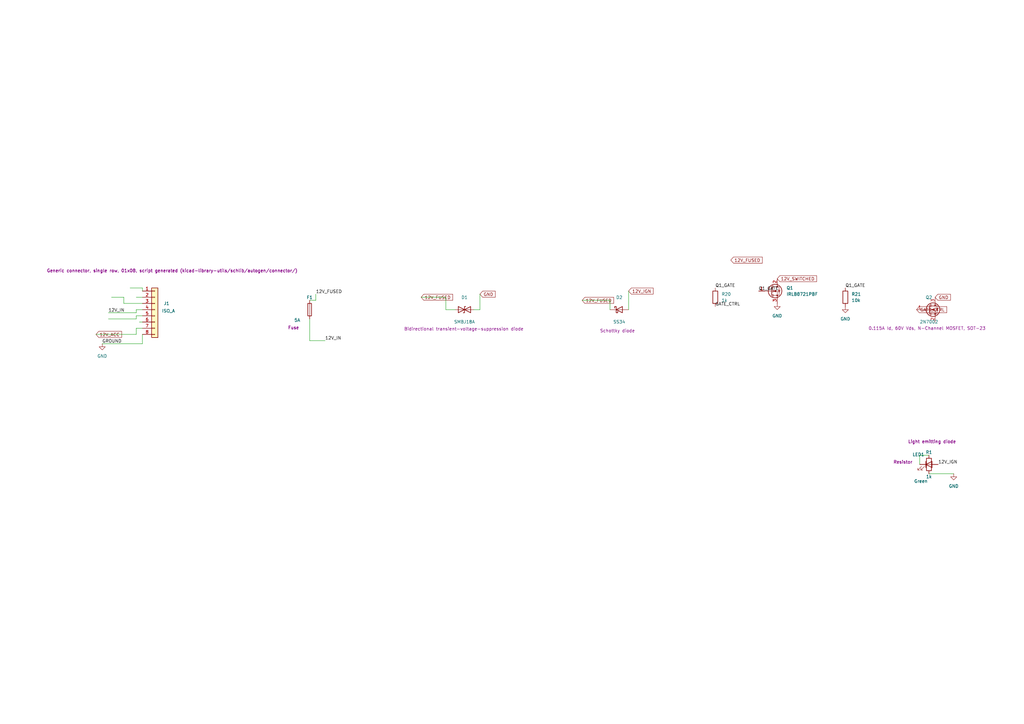
<source format=kicad_sch>
(kicad_sch (version 20250114) (generator "eeschema") (generator_version "9.0")
  (paper "A3")
  (title_block (title "WRX Power & CAN HAT") (date "2026-02-02T00:08:32.410828") (rev "1.0") (company "Auto-generated by Python"))
  (lib_symbols
    (symbol "Connector:Screw_Terminal_01x02" (pin_names (offset 1.016) (hide yes))
      (property "Reference" "J" (at 0 2.54 0))
      (property "Value" "Screw_Terminal_01x02" (at 0 -5.08 0))
      (symbol "Screw_Terminal_01x02_1_1"
        (pin passive line (at -5.08 0 0) (length 3.81) (name "Pin_1") (number "1"))
        (pin passive line (at -5.08 -2.54 0) (length 3.81) (name "Pin_2") (number "2"))
      )
    )
    (symbol "Connector_Generic:Conn_01x02" (pin_names (offset 1.016) (hide yes))
      (property "Reference" "J" (at 0 2.54 0))
      (property "Value" "Conn_01x02" (at 0 -5.08 0))
      (symbol "Conn_01x02_1_1"
        (pin passive line (at -5.08 0 0) (length 3.81) (name "Pin_1") (number "1"))
        (pin passive line (at -5.08 -2.54 0) (length 3.81) (name "Pin_2") (number "2"))
      )
    )
    (symbol "Connector_Generic:Conn_01x03" (pin_names (offset 1.016) (hide yes))
      (property "Reference" "J" (at 0 5.08 0))
      (property "Value" "Conn_01x03" (at 0 -5.08 0))
      (symbol "Conn_01x03_1_1"
        (pin passive line (at -5.08 2.54 0) (length 3.81) (name "Pin_1") (number "1"))
        (pin passive line (at -5.08 0 0) (length 3.81) (name "Pin_2") (number "2"))
        (pin passive line (at -5.08 -2.54 0) (length 3.81) (name "Pin_3") (number "3"))
      )
    )
    (symbol "Connector_Generic:Conn_01x06" (pin_names (offset 1.016) (hide yes))
      (property "Reference" "J" (at 0 7.62 0))
      (property "Value" "Conn_01x06" (at 0 -10.16 0))
      (symbol "Conn_01x06_1_1"
        (pin passive line (at -5.08 5.08 0) (length 3.81) (name "Pin_1") (number "1"))
        (pin passive line (at -5.08 2.54 0) (length 3.81) (name "Pin_2") (number "2"))
        (pin passive line (at -5.08 0 0) (length 3.81) (name "Pin_3") (number "3"))
        (pin passive line (at -5.08 -2.54 0) (length 3.81) (name "Pin_4") (number "4"))
        (pin passive line (at -5.08 -5.08 0) (length 3.81) (name "Pin_5") (number "5"))
        (pin passive line (at -5.08 -7.62 0) (length 3.81) (name "Pin_6") (number "6"))
      )
    )
    (symbol "Connector_Generic:Conn_01x08" (pin_names (offset 1.016) (hide yes))
      (property "Reference" "J" (at 0 10.16 0))
      (property "Value" "Conn_01x08" (at 0 -12.7 0))
      (symbol "Conn_01x08_1_1"
        (pin passive line (at -5.08 7.62 0) (length 3.81) (name "Pin_1") (number "1"))
        (pin passive line (at -5.08 5.08 0) (length 3.81) (name "Pin_2") (number "2"))
        (pin passive line (at -5.08 2.54 0) (length 3.81) (name "Pin_3") (number "3"))
        (pin passive line (at -5.08 0 0) (length 3.81) (name "Pin_4") (number "4"))
        (pin passive line (at -5.08 -2.54 0) (length 3.81) (name "Pin_5") (number "5"))
        (pin passive line (at -5.08 -5.08 0) (length 3.81) (name "Pin_6") (number "6"))
        (pin passive line (at -5.08 -7.62 0) (length 3.81) (name "Pin_7") (number "7"))
        (pin passive line (at -5.08 -10.16 0) (length 3.81) (name "Pin_8") (number "8"))
      )
    )
    (symbol "Connector_Generic:Conn_01x16" (pin_names (offset 1.016) (hide yes))
      (property "Reference" "J" (at 0 20.32 0))
      (property "Value" "Conn_01x16" (at 0 -22.86 0))
      (symbol "Conn_01x16_1_1"
        (pin passive line (at -5.08 17.78 0) (length 3.81) (name "Pin_1") (number "1"))
        (pin passive line (at -5.08 15.24 0) (length 3.81) (name "Pin_2") (number "2"))
        (pin passive line (at -5.08 12.7 0) (length 3.81) (name "Pin_3") (number "3"))
        (pin passive line (at -5.08 10.16 0) (length 3.81) (name "Pin_4") (number "4"))
        (pin passive line (at -5.08 7.62 0) (length 3.81) (name "Pin_5") (number "5"))
        (pin passive line (at -5.08 5.08 0) (length 3.81) (name "Pin_6") (number "6"))
        (pin passive line (at -5.08 2.54 0) (length 3.81) (name "Pin_7") (number "7"))
        (pin passive line (at -5.08 0 0) (length 3.81) (name "Pin_8") (number "8"))
        (pin passive line (at -5.08 -2.54 0) (length 3.81) (name "Pin_9") (number "9"))
        (pin passive line (at -5.08 -5.08 0) (length 3.81) (name "Pin_10") (number "10"))
        (pin passive line (at -5.08 -7.62 0) (length 3.81) (name "Pin_11") (number "11"))
        (pin passive line (at -5.08 -10.16 0) (length 3.81) (name "Pin_12") (number "12"))
        (pin passive line (at -5.08 -12.7 0) (length 3.81) (name "Pin_13") (number "13"))
        (pin passive line (at -5.08 -15.24 0) (length 3.81) (name "Pin_14") (number "14"))
        (pin passive line (at -5.08 -17.78 0) (length 3.81) (name "Pin_15") (number "15"))
        (pin passive line (at -5.08 -20.32 0) (length 3.81) (name "Pin_16") (number "16"))
      )
    )
    (symbol "Connector_Generic:Conn_02x03_Odd_Even" (pin_names (offset 1.016) (hide yes))
      (property "Reference" "J" (at 1.27 5.08 0))
      (property "Value" "Conn_02x03_Odd_Even" (at 1.27 -5.08 0))
      (symbol "Conn_02x03_Odd_Even_1_1"
        (pin passive line (at -5.08 2.54 0) (length 3.81) (name "Pin_1") (number "1"))
        (pin passive line (at -5.08 0 0) (length 3.81) (name "Pin_3") (number "3"))
        (pin passive line (at -5.08 -2.54 0) (length 3.81) (name "Pin_5") (number "5"))
        (pin passive line (at 7.62 2.54 180) (length 3.81) (name "Pin_2") (number "2"))
        (pin passive line (at 7.62 0 180) (length 3.81) (name "Pin_4") (number "4"))
        (pin passive line (at 7.62 -2.54 180) (length 3.81) (name "Pin_6") (number "6"))
      )
    )
    (symbol "Connector_Generic:Conn_02x20_Odd_Even" (pin_names (offset 1.016) (hide yes))
      (property "Reference" "J" (at 1.27 25.4 0))
      (property "Value" "Conn_02x20_Odd_Even" (at 1.27 -27.94 0))
      (symbol "Conn_02x20_Odd_Even_1_1"
        (pin passive line (at -5.08 22.86 0) (length 3.81) (name "Pin_1") (number "1"))
        (pin passive line (at -5.08 20.32 0) (length 3.81) (name "Pin_3") (number "3"))
        (pin passive line (at -5.08 17.78 0) (length 3.81) (name "Pin_5") (number "5"))
        (pin passive line (at -5.08 15.24 0) (length 3.81) (name "Pin_7") (number "7"))
        (pin passive line (at -5.08 12.7 0) (length 3.81) (name "Pin_9") (number "9"))
        (pin passive line (at -5.08 10.16 0) (length 3.81) (name "Pin_11") (number "11"))
        (pin passive line (at -5.08 7.62 0) (length 3.81) (name "Pin_13") (number "13"))
        (pin passive line (at -5.08 5.08 0) (length 3.81) (name "Pin_15") (number "15"))
        (pin passive line (at -5.08 2.54 0) (length 3.81) (name "Pin_17") (number "17"))
        (pin passive line (at -5.08 0 0) (length 3.81) (name "Pin_19") (number "19"))
        (pin passive line (at -5.08 -2.54 0) (length 3.81) (name "Pin_21") (number "21"))
        (pin passive line (at -5.08 -5.08 0) (length 3.81) (name "Pin_23") (number "23"))
        (pin passive line (at -5.08 -7.62 0) (length 3.81) (name "Pin_25") (number "25"))
        (pin passive line (at -5.08 -10.16 0) (length 3.81) (name "Pin_27") (number "27"))
        (pin passive line (at -5.08 -12.7 0) (length 3.81) (name "Pin_29") (number "29"))
        (pin passive line (at -5.08 -15.24 0) (length 3.81) (name "Pin_31") (number "31"))
        (pin passive line (at -5.08 -17.78 0) (length 3.81) (name "Pin_33") (number "33"))
        (pin passive line (at -5.08 -20.32 0) (length 3.81) (name "Pin_35") (number "35"))
        (pin passive line (at -5.08 -22.86 0) (length 3.81) (name "Pin_37") (number "37"))
        (pin passive line (at -5.08 -25.4 0) (length 3.81) (name "Pin_39") (number "39"))
        (pin passive line (at 7.62 22.86 180) (length 3.81) (name "Pin_2") (number "2"))
        (pin passive line (at 7.62 20.32 180) (length 3.81) (name "Pin_4") (number "4"))
        (pin passive line (at 7.62 17.78 180) (length 3.81) (name "Pin_6") (number "6"))
        (pin passive line (at 7.62 15.24 180) (length 3.81) (name "Pin_8") (number "8"))
        (pin passive line (at 7.62 12.7 180) (length 3.81) (name "Pin_10") (number "10"))
        (pin passive line (at 7.62 10.16 180) (length 3.81) (name "Pin_12") (number "12"))
        (pin passive line (at 7.62 7.62 180) (length 3.81) (name "Pin_14") (number "14"))
        (pin passive line (at 7.62 5.08 180) (length 3.81) (name "Pin_16") (number "16"))
        (pin passive line (at 7.62 2.54 180) (length 3.81) (name "Pin_18") (number "18"))
        (pin passive line (at 7.62 0 180) (length 3.81) (name "Pin_20") (number "20"))
        (pin passive line (at 7.62 -2.54 180) (length 3.81) (name "Pin_22") (number "22"))
        (pin passive line (at 7.62 -5.08 180) (length 3.81) (name "Pin_24") (number "24"))
        (pin passive line (at 7.62 -7.62 180) (length 3.81) (name "Pin_26") (number "26"))
        (pin passive line (at 7.62 -10.16 180) (length 3.81) (name "Pin_28") (number "28"))
        (pin passive line (at 7.62 -12.7 180) (length 3.81) (name "Pin_30") (number "30"))
        (pin passive line (at 7.62 -15.24 180) (length 3.81) (name "Pin_32") (number "32"))
        (pin passive line (at 7.62 -17.78 180) (length 3.81) (name "Pin_34") (number "34"))
        (pin passive line (at 7.62 -20.32 180) (length 3.81) (name "Pin_36") (number "36"))
        (pin passive line (at 7.62 -22.86 180) (length 3.81) (name "Pin_38") (number "38"))
        (pin passive line (at 7.62 -25.4 180) (length 3.81) (name "Pin_40") (number "40"))
      )
    )
    (symbol "Device:C" (pin_numbers (hide yes)) (pin_names (offset 0.254))
      (property "Reference" "C" (at 0.635 2.54 0))
      (property "Value" "C" (at 0.635 -2.54 0))
      (symbol "C_1_1"
        (pin passive line (at 0 3.81 270) (length 2.794) (name "~") (number "1"))
        (pin passive line (at 0 -3.81 90) (length 2.794) (name "~") (number "2"))
      )
    )
    (symbol "Device:Crystal" (pin_numbers (hide yes)) (pin_names (offset 1.016) (hide yes))
      (property "Reference" "Y" (at 0 3.81 0))
      (property "Value" "Crystal" (at 0 -3.81 0))
      (symbol "Crystal_1_1"
        (pin passive line (at -3.81 0 0) (length 1.27) (name "1") (number "1"))
        (pin passive line (at 3.81 0 180) (length 1.27) (name "2") (number "2"))
      )
    )
    (symbol "Device:D_Schottky" (pin_numbers (hide yes)) (pin_names (offset 1.016) (hide yes))
      (property "Reference" "D" (at 0 2.54 0))
      (property "Value" "D_Schottky" (at 0 -2.54 0))
      (symbol "D_Schottky_1_1"
        (pin passive line (at -3.81 0 0) (length 2.54) (name "K") (number "1"))
        (pin passive line (at 3.81 0 180) (length 2.54) (name "A") (number "2"))
      )
    )
    (symbol "Device:D_TVS" (pin_numbers (hide yes)) (pin_names (offset 1.016) (hide yes))
      (property "Reference" "D" (at 0 2.54 0))
      (property "Value" "D_TVS" (at 0 -2.54 0))
      (symbol "D_TVS_1_1"
        (pin passive line (at -3.81 0 0) (length 2.54) (name "A1") (number "1"))
        (pin passive line (at 3.81 0 180) (length 2.54) (name "A2") (number "2"))
      )
    )
    (symbol "Device:Fuse" (pin_numbers (hide yes)) (pin_names (offset 0))
      (property "Reference" "F" (at 2.032 0 90))
      (property "Value" "Fuse" (at -1.905 0 90))
      (symbol "Fuse_1_1"
        (pin passive line (at 0 3.81 270) (length 1.27) (name "~") (number "1"))
        (pin passive line (at 0 -3.81 90) (length 1.27) (name "~") (number "2"))
      )
    )
    (symbol "Device:L" (pin_numbers (hide yes)) (pin_names (offset 1.016) (hide yes))
      (property "Reference" "L" (at -1.27 0 90))
      (property "Value" "L" (at 1.905 0 90))
      (symbol "L_1_1"
        (pin passive line (at 0 3.81 270) (length 1.27) (name "1") (number "1"))
        (pin passive line (at 0 -3.81 90) (length 1.27) (name "2") (number "2"))
      )
    )
    (symbol "Device:LED" (pin_numbers (hide yes)) (pin_names (offset 1.016) (hide yes))
      (property "Reference" "D" (at 0 2.54 0))
      (property "Value" "LED" (at 0 -2.54 0))
      (symbol "LED_1_1"
        (pin passive line (at -3.81 0 0) (length 2.54) (name "K") (number "1"))
        (pin passive line (at 3.81 0 180) (length 2.54) (name "A") (number "2"))
      )
    )
    (symbol "Device:R" (pin_numbers (hide yes)) (pin_names (offset 0))
      (property "Reference" "R" (at 2.032 0 90))
      (property "Value" "R" (at 0 0 90))
      (symbol "R_1_1"
        (pin passive line (at 0 3.81 270) (length 1.27) (name "~") (number "1"))
        (pin passive line (at 0 -3.81 90) (length 1.27) (name "~") (number "2"))
      )
    )
    (symbol "Interface_CAN_LIN:MCP2515-xSO"
      (property "Reference" "U" (at -10.16 19.685 0))
      (property "Value" "MCP2515-xSO" (at 19.05 20.32 0))
      (symbol "MCP2515-xSO_1_1"
        (pin input line (at -15.24 15.24 0) (length 2.54) (name "SI") (number "14"))
        (pin output line (at -15.24 12.7 0) (length 2.54) (name "SO") (number "15"))
        (pin input line (at -15.24 10.16 0) (length 2.54) (name "~{CS}") (number "16"))
        (pin input line (at -15.24 7.62 0) (length 2.54) (name "SCK") (number "13"))
        (pin output line (at -15.24 -5.08 0) (length 2.54) (name "OSC2") (number "7"))
        (pin input line (at -15.24 -7.62 0) (length 2.54) (name "OSC1") (number "8"))
        (pin output line (at -15.24 -10.16 0) (length 2.54) (name "CLKOUT/SOF") (number "3"))
        (pin power_in line (at 0 20.32 270) (length 2.54) (name "VDD") (number "18"))
        (pin power_in line (at 0 -20.32 90) (length 2.54) (name "VSS") (number "9"))
        (pin input line (at 15.24 15.24 180) (length 2.54) (name "RXCAN") (number "2"))
        (pin output line (at 15.24 12.7 180) (length 2.54) (name "TXCAN") (number "1"))
        (pin output line (at 15.24 0 180) (length 2.54) (name "~{INT}") (number "12"))
        (pin output line (at 15.24 -2.54 180) (length 2.54) (name "~{RX0BF}") (number "11"))
        (pin output line (at 15.24 -5.08 180) (length 2.54) (name "~{RX1BF}") (number "10"))
        (pin input line (at 15.24 -7.62 180) (length 2.54) (name "~{TX0RTS}") (number "4"))
        (pin input line (at 15.24 -10.16 180) (length 2.54) (name "~{TX1RTS}") (number "5"))
        (pin input line (at 15.24 -12.7 180) (length 2.54) (name "~{TX2RTS}") (number "6"))
        (pin input line (at 15.24 -15.24 180) (length 2.54) (name "~{RESET}") (number "17"))
      )
    )
    (symbol "Interface_CAN_LIN:SN65HVD230" (pin_names (offset 1.016))
      (property "Reference" "U" (at -2.54 10.16 0))
      (property "Value" "SN65HVD230" (at -2.54 7.62 0))
      (symbol "SN65HVD230_1_1"
        (pin input line (at -10.16 2.54 0) (length 2.54) (name "D") (number "1"))
        (pin output line (at -10.16 0 0) (length 2.54) (name "R") (number "4"))
        (pin output line (at -10.16 -2.54 0) (length 2.54) (name "Vref") (number "5"))
        (pin input line (at -10.16 -5.08 0) (length 2.54) (name "Rs") (number "8"))
        (pin power_in line (at 0 7.62 270) (length 2.54) (name "VCC") (number "3"))
        (pin power_in line (at 0 -10.16 90) (length 2.54) (name "GND") (number "2"))
        (pin bidirectional line (at 10.16 0 180) (length 2.54) (name "CANH") (number "7"))
        (pin bidirectional line (at 10.16 -2.54 180) (length 2.54) (name "CANL") (number "6"))
      )
    )
    (symbol "Isolator:LTV-817S" (pin_names (offset 1.016))
      (property "Reference" "U" (at -3.81 5.08 0))
      (property "Value" "LTV-817S" (at 0 -5.08 0))
      (symbol "LTV-817S_1_1"
        (pin passive line (at -7.62 2.54 0) (length 2.54) (name "~") (number "1"))
        (pin passive line (at -7.62 -2.54 0) (length 2.54) (name "~") (number "2"))
        (pin passive line (at 7.62 2.54 180) (length 2.54) (name "~") (number "4"))
        (pin passive line (at 7.62 -2.54 180) (length 2.54) (name "~") (number "3"))
      )
    )
    (symbol "MCU_Microchip_ATtiny:ATtiny85-20P"
      (property "Reference" "U" (at -12.7 13.97 0))
      (property "Value" "ATtiny85-20P" (at 2.54 -13.97 0))
      (symbol "ATtiny85-20P_1_1"
        (pin power_in line (at 0 15.24 270) (length 2.54) (name "VCC") (number "8"))
        (pin power_in line (at 0 -15.24 90) (length 2.54) (name "GND") (number "4"))
        (pin bidirectional line (at 15.24 7.62 180) (length 2.54) (name "AREF/PB0") (number "5"))
        (pin bidirectional line (at 15.24 5.08 180) (length 2.54) (name "PB1") (number "6"))
        (pin bidirectional line (at 15.24 2.54 180) (length 2.54) (name "PB2") (number "7"))
        (pin bidirectional line (at 15.24 0 180) (length 2.54) (name "XTAL1/PB3") (number "2"))
        (pin bidirectional line (at 15.24 -2.54 180) (length 2.54) (name "XTAL2/PB4") (number "3"))
        (pin bidirectional line (at 15.24 -5.08 180) (length 2.54) (name "~{RESET}/PB5") (number "1"))
      )
    )
    (symbol "Regulator_Linear:AMS1117-3.3"
      (property "Reference" "U" (at -3.81 3.175 0))
      (property "Value" "AMS1117-3.3" (at 0 3.175 0))
      (symbol "AMS1117-3.3_1_1"
        (pin power_in line (at -7.62 0 0) (length 2.54) (name "VI") (number "3"))
        (pin power_in line (at 0 -7.62 90) (length 2.54) (name "GND") (number "1"))
        (pin power_out line (at 7.62 0 180) (length 2.54) (name "VO") (number "2"))
      )
    )
    (symbol "Regulator_Switching:TPS54560BDDA"
      (property "Reference" "U" (at -6.35 8.89 0))
      (property "Value" "TPS54560BDDA" (at 10.16 8.89 0))
      (symbol "TPS54560BDDA_1_1"
        (pin power_in line (at -12.7 5.08 0) (length 2.54) (name "VIN") (number "2"))
        (pin input line (at -12.7 0 0) (length 2.54) (name "EN") (number "3"))
        (pin output line (at -12.7 -2.54 0) (length 2.54) (name "COMP") (number "6"))
        (pin passive line (at -12.7 -5.08 0) (length 2.54) (name "RT/CLK") (number "4"))
        (pin power_in line (at 0 -10.16 90) (length 2.54) (name "GND") (number "7"))
        (pin passive line (at 0 -10.16 90) (length 2.54) (hide yes) (name "GND") (number "9"))
        (pin passive line (at 12.7 5.08 180) (length 2.54) (name "BOOT") (number "1"))
        (pin power_out line (at 12.7 0 180) (length 2.54) (name "SW") (number "8"))
        (pin input line (at 12.7 -5.08 180) (length 2.54) (name "FB") (number "5"))
      )
    )
    (symbol "Transistor_FET:2N7002" (pin_names (offset 0) (hide yes))
      (property "Reference" "Q" (at 5.08 1.905 0))
      (property "Value" "2N7002" (at 5.08 0 0))
      (symbol "2N7002_1_1"
        (pin input line (at -5.08 0 0) (length 2.54) (name "G") (number "1"))
        (pin passive line (at 2.54 5.08 270) (length 2.54) (name "D") (number "3"))
        (pin passive line (at 2.54 -5.08 90) (length 2.54) (name "S") (number "2"))
      )
    )
    (symbol "Transistor_FET:IRLB8721PBF" (pin_names (hide yes))
      (property "Reference" "Q" (at 5.08 1.905 0))
      (property "Value" "IRLB8721PBF" (at 5.08 0 0))
      (symbol "IRLB8721PBF_1_1"
        (pin input line (at -5.08 0 0) (length 2.54) (name "G") (number "1"))
        (pin passive line (at 2.54 5.08 270) (length 2.54) (name "D") (number "2"))
        (pin passive line (at 2.54 -5.08 90) (length 2.54) (name "S") (number "3"))
      )
    )
    (symbol "power:GND" (power) (pin_numbers (hide yes)) (pin_names (offset 0) (hide yes))
      (property "Value" "GND" (at 0 -3.81 0))
      (symbol "GND_1_1"
        (pin power_in line (at 0 0 270) (length 0) (name "~") (number "1"))
      )
    )
    (symbol "power:PWR_FLAG" (power) (pin_numbers (hide yes)) (pin_names (offset 0) (hide yes))
      (property "Value" "PWR_FLAG" (at 0 3.81 0))
      (symbol "PWR_FLAG_0_0"
        (pin power_out line (at 0 0 90) (length 0) (name "~") (number "1"))
      )
    )
  )
  (junction (at 114.3 334.01))
  (junction (at 127 349.25))
  (no_connect (at 642.62 317.5))
  (no_connect (at 375.92 690.88))
  (no_connect (at 439.42 571.5))
  (no_connect (at 375.92 708.66))
  (no_connect (at 459.74 129.54))
  (no_connect (at 566.42 701.04))
  (no_connect (at 375.92 680.72))
  (no_connect (at 388.62 721.36))
  (no_connect (at 459.74 139.7))
  (no_connect (at 561.34 701.04))
  (no_connect (at 13.97 617.22))
  (no_connect (at 566.42 695.96))
  (no_connect (at 439.42 510.54))
  (no_connect (at 566.42 718.82))
  (no_connect (at 439.42 513.08))
  (no_connect (at 629.92 317.5))
  (no_connect (at 388.62 693.42))
  (no_connect (at 375.92 723.9))
  (no_connect (at 388.62 723.9))
  (no_connect (at 566.42 708.66))
  (no_connect (at 566.42 698.5))
  (no_connect (at 439.42 574.04))
  (no_connect (at 388.62 698.5))
  (no_connect (at 375.92 716.28))
  (no_connect (at 429.26 137.16))
  (no_connect (at 388.62 685.8))
  (no_connect (at 375.92 706.12))
  (no_connect (at 459.74 132.08))
  (no_connect (at 388.62 695.96))
  (no_connect (at 439.42 505.46))
  (no_connect (at 375.92 688.34))
  (no_connect (at 388.62 683.26))
  (no_connect (at 388.62 711.2))
  (no_connect (at 629.92 320.04))
  (no_connect (at 388.62 713.74))
  (no_connect (at 375.92 678.18))
  (no_connect (at 375.92 713.74))
  (no_connect (at 388.62 706.12))
  (no_connect (at 459.74 134.62))
  (no_connect (at 388.62 690.88))
  (no_connect (at 566.42 716.28))
  (no_connect (at 375.92 718.82))
  (no_connect (at 375.92 683.26))
  (no_connect (at 459.74 137.16))
  (no_connect (at 439.42 528.32))
  (no_connect (at 439.42 508))
  (wire (pts (xy 196.85 120.65) (xy 196.85 127)))
  (wire (pts (xy 55.88 128.27) (xy 55.88 127)))
  (wire (pts (xy 238.76 123.19) (xy 250.19 123.19)))
  (wire (pts (xy 127 139.7) (xy 127 130.81)))
  (wire (pts (xy 55.88 130.81) (xy 55.88 129.54)))
  (wire (pts (xy 41.91 140.97) (xy 58.42 140.97)))
  (wire (pts (xy 377.19 186.69) (xy 381 186.69)))
  (wire (pts (xy 139.7 344.17) (xy 140.97 344.17)))
  (wire (pts (xy 172.72 121.92) (xy 182.88 121.92)))
  (wire (pts (xy 58.42 118.11) (xy 58.42 119.38)))
  (wire (pts (xy 182.88 127) (xy 186.69 127)))
  (wire (pts (xy 55.88 134.62) (xy 58.42 134.62)))
  (wire (pts (xy 44.45 128.27) (xy 55.88 128.27)))
  (wire (pts (xy 129.54 120.65) (xy 129.54 123.19)))
  (wire (pts (xy 57.15 132.08) (xy 58.42 132.08)))
  (wire (pts (xy 53.34 118.11) (xy 58.42 118.11)))
  (wire (pts (xy 50.8 121.92) (xy 50.8 124.46)))
  (wire (pts (xy 55.88 127) (xy 58.42 127)))
  (wire (pts (xy 381 194.31) (xy 391.16 194.31)))
  (wire (pts (xy 58.42 140.97) (xy 58.42 137.16)))
  (wire (pts (xy 196.85 127) (xy 194.31 127)))
  (wire (pts (xy 250.19 123.19) (xy 250.19 127)))
  (wire (pts (xy 182.88 121.92) (xy 182.88 127)))
  (wire (pts (xy 113.03 334.01) (xy 114.3 334.01)))
  (wire (pts (xy 129.54 123.19) (xy 127 123.19)))
  (wire (pts (xy 50.8 124.46) (xy 58.42 124.46)))
  (wire (pts (xy 133.35 139.7) (xy 127 139.7)))
  (wire (pts (xy 257.81 119.38) (xy 257.81 127)))
  (wire (pts (xy 113.03 339.09) (xy 114.3 339.09)))
  (wire (pts (xy 127 349.25) (xy 127 350.52)))
  (wire (pts (xy 55.88 121.92) (xy 58.42 121.92)))
  (wire (pts (xy 39.37 137.16) (xy 55.88 137.16)))
  (wire (pts (xy 139.7 339.09) (xy 140.97 339.09)))
  (wire (pts (xy 377.19 186.69) (xy 377.19 190.5)))
  (wire (pts (xy 55.88 137.16) (xy 55.88 134.62)))
  (wire (pts (xy 44.45 130.81) (xy 55.88 130.81)))
  (wire (pts (xy 45.72 121.92) (xy 50.8 121.92)))
  (wire (pts (xy 55.88 129.54) (xy 58.42 129.54)))
  (wire (pts (xy 373.38 433.07) (xy 374.65 433.07)))
  (label "CANH" (at 581.66 698.5 0))
  (label "U1_FB" (at 139.7 344.17 0))
  (label "U1_FB" (at 254 384.81 0))
  (label "GND" (at 356.87 438.15 0))
  (label "CAN_RX" (at 561.34 698.5 0))
  (label "12V_IN" (at 133.35 139.7 0))
  (label "GND" (at 444.5 147.32 0))
  (label "IGN_DETECT" (at 269.24 505.46 0))
  (label "12V_IN" (at 44.45 128.27 0))
  (label "+5V" (at 190.5 321.31 0))
  (label "CAN_INT" (at 459.74 127 0))
  (label "OSC2" (at 422.91 147.32 0))
  (label "SPI_SCLK" (at 429.26 119.38 0))
  (label "GND" (at 254 523.24 0))
  (label "Q1_GATE" (at 293.37 118.11 0))
  (global_label "12V_ACC" (shape input) (at 39.37 137.16 0) (property "Intersheetrefs" "${INTERSHEET_REFS}" (effects (hide yes))))
  (label "OSC1" (at 433.07 149.86 0))
  (label "12V_IGN" (at 113.03 339.09 0))
  (label "U1_BOOT" (at 139.7 334.01 0))
  (label "Q1_GATE" (at 311.15 119.38 0))
  (label "GND" (at 561.34 703.58 0))
  (label "GND" (at 433.07 157.48 0))
  (label "OSC2" (at 424.18 152.4 0))
  (label "U1_SW" (at 168.91 342.9 0))
  (label "U1_SW" (at 190.5 313.69 0))
  (label "GND" (at 127 350.52 0))
  (label "GROUND" (at 41.91 140.97 0))
  (label "U1_BOOT" (at 168.91 350.52 0))
  (label "+5V" (at 373.38 433.07 0))
  (label "SPI_MOSI" (at 429.26 111.76 0))
  (label "+3.3V" (at 459.74 142.24 0))
  (label "+5V" (at 356.87 430.53 0))
  (label "OSC1" (at 429.26 134.62 0))
  (label "+3.3V" (at 444.5 106.68 0))
  (label "U1_SW" (at 140.97 339.09 0))
  (label "RESET" (at 269.24 513.08 0))
  (label "Q1_GATE" (at 346.71 118.11 0))
  (label "GND" (at 254 377.19 0))
  (label "HEARTBEAT_LED" (at 269.24 500.38 0))
  (label "TIMER_LED" (at 269.24 502.92 0))
  (label "CAN_RX" (at 459.74 111.76 0))
  (label "+3.3V" (at 403.86 431.8 0))
  (label "CAN_TX" (at 561.34 695.96 0))
  (label "GND" (at 424.18 160.02 0))
  (label "12V_IGN" (at 113.03 334.01 0))
  (label "SHUTDOWN_REQ" (at 269.24 510.54 0))
  (label "GND" (at 571.5 708.66 0))
  (label "OSC2" (at 429.26 132.08 0))
  (label "GND" (at 403.86 439.42 0))
  (label "+3.3V" (at 571.5 690.88 0))
  (label "GND" (at 381 440.69 0))
  (label "12V_IGN" (at 384.81 190.5 0))
  (label "+3.3V" (at 388.62 433.07 0))
  (label "GATE_CTRL" (at 293.37 125.73 0))
  (label "CANL" (at 581.66 701.04 0))
  (label "OSC1" (at 430.53 147.32 0))
  (label "+3.3V" (at 254 492.76 0))
  (label "GATE_CTRL" (at 269.24 508 0))
  (label "U1_FB" (at 317.5 384.81 0))
  (label "CAN_TX" (at 459.74 114.3 0))
  (label "SPI_CE0" (at 429.26 116.84 0))
  (label "+5V" (at 317.5 377.19 0))
  (label "SPI_MISO" (at 429.26 114.3 0))
  (label "12V_FUSED" (at 129.54 120.65 0))
  (global_label "SPI_SCLK" (shape input) (at 439.42 495.3 0) (property "Intersheetrefs" "${INTERSHEET_REFS}" (effects (hide yes))))
  (global_label "IGN_DETECT" (shape input) (at 317.5 567.69 0) (property "Intersheetrefs" "${INTERSHEET_REFS}" (effects (hide yes))))
  (global_label "GATE_CTRL" (shape input) (at 444.5 186.69 0) (property "Intersheetrefs" "${INTERSHEET_REFS}" (effects (hide yes))))
  (global_label "SPI_MOSI" (shape input) (at 439.42 497.84 0) (property "Intersheetrefs" "${INTERSHEET_REFS}" (effects (hide yes))))
  (global_label "GND" (shape input) (at 254 702.31 0) (property "Intersheetrefs" "${INTERSHEET_REFS}" (effects (hide yes))))
  (global_label "SPI_SCLK" (shape input) (at 436.88 129.54 0) (property "Intersheetrefs" "${INTERSHEET_REFS}" (effects (hide yes))))
  (global_label "Q2_GATE" (shape input) (at 508 186.69 0) (property "Intersheetrefs" "${INTERSHEET_REFS}" (effects (hide yes))))
  (global_label "SPI_MISO" (shape input) (at 439.42 490.22 0) (property "Intersheetrefs" "${INTERSHEET_REFS}" (effects (hide yes))))
  (global_label "GND" (shape input) (at 383.54 121.92 0) (property "Intersheetrefs" "${INTERSHEET_REFS}" (effects (hide yes))))
  (global_label "GND" (shape input) (at 134.62 701.04 0) (property "Intersheetrefs" "${INTERSHEET_REFS}" (effects (hide yes))))
  (global_label "CAN_TX" (shape input) (at 566.42 680.72 0) (property "Intersheetrefs" "${INTERSHEET_REFS}" (effects (hide yes))))
  (global_label "CANL" (shape input) (at 566.42 690.88 0) (property "Intersheetrefs" "${INTERSHEET_REFS}" (effects (hide yes))))
  (global_label "+3.3V" (shape input) (at 132.08 701.04 0) (property "Intersheetrefs" "${INTERSHEET_REFS}" (effects (hide yes))))
  (global_label "12V_FUSED" (shape input) (at 299.72 106.68 0) (property "Intersheetrefs" "${INTERSHEET_REFS}" (effects (hide yes))))
  (global_label "GND" (shape input) (at 317.5 575.31 0) (property "Intersheetrefs" "${INTERSHEET_REFS}" (effects (hide yes))))
  (global_label "GND" (shape input) (at 388.62 680.72 0) (property "Intersheetrefs" "${INTERSHEET_REFS}" (effects (hide yes))))
  (global_label "+5V" (shape input) (at 388.62 675.64 0) (property "Intersheetrefs" "${INTERSHEET_REFS}" (effects (hide yes))))
  (global_label "+3.3V" (shape input) (at 439.42 492.76 0) (property "Intersheetrefs" "${INTERSHEET_REFS}" (effects (hide yes))))
  (global_label "RESET" (shape input) (at 439.42 500.38 0) (property "Intersheetrefs" "${INTERSHEET_REFS}" (effects (hide yes))))
  (global_label "IGN_DETECT" (shape input) (at 132.08 695.96 0) (property "Intersheetrefs" "${INTERSHEET_REFS}" (effects (hide yes))))
  (global_label "+3.3V" (shape input) (at 571.5 194.31 0) (property "Intersheetrefs" "${INTERSHEET_REFS}" (effects (hide yes))))
  (global_label "SPI_SCLK" (shape input) (at 375.92 703.58 0) (property "Intersheetrefs" "${INTERSHEET_REFS}" (effects (hide yes))))
  (global_label "GND" (shape input) (at 820.42 769.62 0) (property "Intersheetrefs" "${INTERSHEET_REFS}" (effects (hide yes))))
  (global_label "HEARTBEAT_LED" (shape input) (at 254 500.38 0) (property "Intersheetrefs" "${INTERSHEET_REFS}" (effects (hide yes))))
  (global_label "XTAL1" (shape input) (at 186.69 571.5 0) (property "Intersheetrefs" "${INTERSHEET_REFS}" (effects (hide yes))))
  (global_label "12V_FUSED" (shape input) (at 172.72 121.92 0) (property "Intersheetrefs" "${INTERSHEET_REFS}" (effects (hide yes))))
  (global_label "GND" (shape input) (at 243.84 508 0) (property "Intersheetrefs" "${INTERSHEET_REFS}" (effects (hide yes))))
  (global_label "GND" (shape input) (at 196.85 120.65 0) (property "Intersheetrefs" "${INTERSHEET_REFS}" (effects (hide yes))))
  (global_label "GND" (shape input) (at 121.92 701.04 0) (property "Intersheetrefs" "${INTERSHEET_REFS}" (effects (hide yes))))
  (global_label "IGN_DETECT" (shape input) (at 243.84 510.54 0) (property "Intersheetrefs" "${INTERSHEET_REFS}" (effects (hide yes))))
  (global_label "+5V" (shape input) (at 254 567.69 0) (property "Intersheetrefs" "${INTERSHEET_REFS}" (effects (hide yes))))
  (global_label "SPI_CE0" (shape input) (at 436.88 124.46 0) (property "Intersheetrefs" "${INTERSHEET_REFS}" (effects (hide yes))))
  (global_label "TIMER_LED" (shape input) (at 254 518.16 0) (property "Intersheetrefs" "${INTERSHEET_REFS}" (effects (hide yes))))
  (global_label "LED3_ANODE" (shape input) (at 567.69 317.5 0) (property "Intersheetrefs" "${INTERSHEET_REFS}" (effects (hide yes))))
  (global_label "12V_IGN" (shape input) (at 257.81 119.38 0) (property "Intersheetrefs" "${INTERSHEET_REFS}" (effects (hide yes))))
  (global_label "GND" (shape input) (at 571.5 765.81 0) (property "Intersheetrefs" "${INTERSHEET_REFS}" (effects (hide yes))))
  (global_label "12V_FUSED" (shape input) (at 238.76 123.19 0) (property "Intersheetrefs" "${INTERSHEET_REFS}" (effects (hide yes))))
  (global_label "+5V" (shape input) (at 635 694.69 0) (property "Intersheetrefs" "${INTERSHEET_REFS}" (effects (hide yes))))
  (global_label "GND" (shape input) (at 566.42 683.26 0) (property "Intersheetrefs" "${INTERSHEET_REFS}" (effects (hide yes))))
  (global_label "SHUTDOWN_REQ" (shape input) (at 264.16 510.54 0) (property "Intersheetrefs" "${INTERSHEET_REFS}" (effects (hide yes))))
  (global_label "12V_IGN" (shape input) (at 119.38 695.96 0) (property "Intersheetrefs" "${INTERSHEET_REFS}" (effects (hide yes))))
  (global_label "CAN_RX" (shape input) (at 566.42 688.34 0) (property "Intersheetrefs" "${INTERSHEET_REFS}" (effects (hide yes))))
  (global_label "+3.3V" (shape input) (at 381 567.69 0) (property "Intersheetrefs" "${INTERSHEET_REFS}" (effects (hide yes))))
  (global_label "GND" (shape input) (at 439.42 502.92 0) (property "Intersheetrefs" "${INTERSHEET_REFS}" (effects (hide yes))))
  (global_label "SPI_CE0" (shape input) (at 388.62 703.58 0) (property "Intersheetrefs" "${INTERSHEET_REFS}" (effects (hide yes))))
  (global_label "12V_IGN" (shape input) (at 127 706.12 0) (property "Intersheetrefs" "${INTERSHEET_REFS}" (effects (hide yes))))
  (global_label "CANH" (shape input) (at 566.42 693.42 0) (property "Intersheetrefs" "${INTERSHEET_REFS}" (effects (hide yes))))
  (global_label "GATE_CTRL" (shape input) (at 264.16 508 0) (property "Intersheetrefs" "${INTERSHEET_REFS}" (effects (hide yes))))
  (global_label "GATE_CTRL" (shape input) (at 375.92 127 0) (property "Intersheetrefs" "${INTERSHEET_REFS}" (effects (hide yes))))
  (global_label "XTAL1" (shape input) (at 571.5 758.19 0) (property "Intersheetrefs" "${INTERSHEET_REFS}" (effects (hide yes))))
  (global_label "FAN-" (shape input) (at 629.92 574.04 0) (property "Intersheetrefs" "${INTERSHEET_REFS}" (effects (hide yes))))
  (global_label "SPI_MISO" (shape input) (at 375.92 701.04 0) (property "Intersheetrefs" "${INTERSHEET_REFS}" (effects (hide yes))))
  (global_label "AUDIO_R_OUT" (shape input) (at 698.5 829.31 0) (property "Intersheetrefs" "${INTERSHEET_REFS}" (effects (hide yes))))
  (global_label "12V_SWITCHED" (shape input) (at 318.77 114.3 0) (property "Intersheetrefs" "${INTERSHEET_REFS}" (effects (hide yes))))
  (global_label "12V_ACC" (shape input) (at 317.5 504.19 0) (property "Intersheetrefs" "${INTERSHEET_REFS}" (effects (hide yes))))
  (global_label "+3.3V" (shape input) (at 243.84 513.08 0) (property "Intersheetrefs" "${INTERSHEET_REFS}" (effects (hide yes))))
  (global_label "AUDIO_R_OUT" (shape input) (at 762 829.31 0) (property "Intersheetrefs" "${INTERSHEET_REFS}" (effects (hide yes))))
  (global_label "AUDIO_R+" (shape input) (at 698.5 821.69 0) (property "Intersheetrefs" "${INTERSHEET_REFS}" (effects (hide yes))))
  (global_label "GND" (shape input) (at 375.92 685.8 0) (property "Intersheetrefs" "${INTERSHEET_REFS}" (effects (hide yes))))
  (global_label "+3.3V" (shape input) (at 571.5 186.69 0) (property "Intersheetrefs" "${INTERSHEET_REFS}" (effects (hide yes))))
  (global_label "GND" (shape input) (at 119.38 701.04 0) (property "Intersheetrefs" "${INTERSHEET_REFS}" (effects (hide yes))))
  (global_label "GND" (shape input) (at 134.62 698.5 0) (property "Intersheetrefs" "${INTERSHEET_REFS}" (effects (hide yes))))
  (global_label "+5V" (shape input) (at 388.62 678.18 0) (property "Intersheetrefs" "${INTERSHEET_REFS}" (effects (hide yes))))
  (global_label "SPI_MOSI" (shape input) (at 375.92 698.5 0) (property "Intersheetrefs" "${INTERSHEET_REFS}" (effects (hide yes))))
  (global_label "+3.3V" (shape input) (at 566.42 685.8 0) (property "Intersheetrefs" "${INTERSHEET_REFS}" (effects (hide yes))))
  (global_label "IGN_DETECT" (shape input) (at 254 694.69 0) (property "Intersheetrefs" "${INTERSHEET_REFS}" (effects (hide yes))))
  (global_label "CANH" (shape input) (at 571.5 377.19 0) (property "Intersheetrefs" "${INTERSHEET_REFS}" (effects (hide yes))))
  (global_label "GND" (shape input) (at 508 194.31 0) (property "Intersheetrefs" "${INTERSHEET_REFS}" (effects (hide yes))))
  (global_label "GND" (shape input) (at 511.81 317.5 0) (property "Intersheetrefs" "${INTERSHEET_REFS}" (effects (hide yes))))
  (global_label "AUDIO_R-" (shape input) (at 762 821.69 0) (property "Intersheetrefs" "${INTERSHEET_REFS}" (effects (hide yes))))
  (global_label "GND" (shape input) (at 635 702.31 0) (property "Intersheetrefs" "${INTERSHEET_REFS}" (effects (hide yes))))
  (global_label "SHUTDOWN_REQ" (shape input) (at 388.62 688.34 0) (property "Intersheetrefs" "${INTERSHEET_REFS}" (effects (hide yes))))
  (global_label "CANH" (shape input) (at 629.92 314.96 0) (property "Intersheetrefs" "${INTERSHEET_REFS}" (effects (hide yes))))
  (global_label "IGN_DETECT" (shape input) (at 134.62 695.96 0) (property "Intersheetrefs" "${INTERSHEET_REFS}" (effects (hide yes))))
  (global_label "GND" (shape input) (at 381 575.31 0) (property "Intersheetrefs" "${INTERSHEET_REFS}" (effects (hide yes))))
  (global_label "+3.3V" (shape input) (at 635 758.19 0) (property "Intersheetrefs" "${INTERSHEET_REFS}" (effects (hide yes))))
  (global_label "CANL" (shape input) (at 502.92 574.04 0) (property "Intersheetrefs" "${INTERSHEET_REFS}" (effects (hide yes))))
  (global_label "CANL" (shape input) (at 642.62 314.96 0) (property "Intersheetrefs" "${INTERSHEET_REFS}" (effects (hide yes))))
  (global_label "LED2_ANODE" (shape input) (at 444.5 130.81 0) (property "Intersheetrefs" "${INTERSHEET_REFS}" (effects (hide yes))))
  (global_label "12V_IGN" (shape input) (at 121.92 695.96 0) (property "Intersheetrefs" "${INTERSHEET_REFS}" (effects (hide yes))))
  (global_label "CAN_INT" (shape input) (at 388.62 701.04 0) (property "Intersheetrefs" "${INTERSHEET_REFS}" (effects (hide yes))))
  (global_label "AUDIO_L_OUT" (shape input) (at 635 829.31 0) (property "Intersheetrefs" "${INTERSHEET_REFS}" (effects (hide yes))))
  (global_label "Q2_GATE" (shape input) (at 444.5 194.31 0) (property "Intersheetrefs" "${INTERSHEET_REFS}" (effects (hide yes))))
  (global_label "FAN_PWM" (shape input) (at 571.5 821.69 0) (property "Intersheetrefs" "${INTERSHEET_REFS}" (effects (hide yes))))
  (global_label "XTAL2" (shape input) (at 194.31 571.5 0) (property "Intersheetrefs" "${INTERSHEET_REFS}" (effects (hide yes))))
  (global_label "GND" (shape input) (at 635 765.81 0) (property "Intersheetrefs" "${INTERSHEET_REFS}" (effects (hide yes))))
  (symbol (lib_id "Device:C") (at 635 190.5 0) (unit 1)
    (property "Reference" "C10" (at 635 185.5 0))
    (property "Value" "10uF" (at 635 195.5 0))
    (property "Description" "Unpolarized capacitor" (at 635.254 180.34 0))
  )
  (symbol (lib_id "power:PWR_FLAG") (at 114.3 334.01 0) (unit 1)
    (property "Reference" "#FLG02" (effects (hide yes)))
    (property "Value" "PWR_FLAG" (at 114.3 328.93 0))
    (property "Description" "Special symbol for telling ERC where power comes from" (effects (hide yes)))
  )
  (symbol (lib_id "Device:R") (at 254 381 0) (unit 1)
    (property "Reference" "R4" (at 253.746 372.872 0))
    (property "Value" "10k" (at 254 386 0))
    (property "Description" "Resistor" (at 254 381 0))
  )
  (symbol (lib_id "Device:R") (at 317.5 381 0) (unit 1)
    (property "Reference" "R5" (at 316.992 373.888 0))
    (property "Value" "51k" (at 317.5 386 0))
    (property "Description" "Resistor" (at 317.5 381 0))
  )
  (symbol (lib_id "Device:Crystal") (at 190.5 571.5 0) (unit 1)
    (property "Reference" "Y1" (at 190.5 566.5 0))
    (property "Value" "16MHz" (at 190.5 576.5 0))
    (property "Description" "Two pin crystal" (at 188.468 580.39 0))
  )
  (symbol (lib_id "power:GND") (at 391.16 194.31 0) (unit 1)
    (property "Reference" "#PWR04" (effects (hide yes)))
    (property "Value" "GND" (at 391.16 199.39 0))
    (property "Description" "Power symbol creates a global label with name \"GND\" , ground" (effects (hide yes)))
  )
  (symbol (lib_id "Device:C") (at 698.5 762 0) (unit 1)
    (property "Reference" "C14" (at 695.452 755.65 0))
    (property "Value" "2.2uF" (at 698.5 767 0))
    (property "Description" "Unpolarized capacitor" (at 698.246 770.382 0))
  )
  (symbol (lib_id "Regulator_Switching:TPS54560BDDA") (at 127 339.09 0) (unit 1)
    (property "Reference" "U1" (at 127 326.39 0))
    (property "Value" "TPS54560BDDA" (at 127 328.93 0))
    (property "Footprint" "Package_SO:Texas_R-PDSO-G8_EP2.95x4.9mm_Mask2.4x3.1mm_ThermalVias" (effects (hide yes)))
    (property "Datasheet" "https://www.ti.com/lit/ds/symlink/tps54560b.pdf" (effects (hide yes)))
    (property "Description" "5A, Step Down DC-DC Converter, 4.5-60V Input Voltage, Texas R-PDSO-G8" (effects (hide yes)))
  )
  (symbol (lib_id "Connector_Generic:Conn_01x16") (at 444.5 508 0) (unit 1)
    (property "Reference" "J3" (at 453.898 505.968 0))
    (property "Value" "OBD-II" (at 454.152 511.81 0))
    (property "Description" "Generic connector, single row, 01x16, script generated (kicad-library-utils/schlib/autogen/connector/)" (at 448.31 535.94 0))
  )
  (symbol (lib_id "Connector_Generic:Conn_01x02") (at 635 571.5 0) (unit 1)
    (property "Reference" "J6" (at 635 566.5 0))
    (property "Value" "FAN" (at 635 576.5 0))
    (property "Description" "Generic connector, single row, 01x02, script generated (kicad-library-utils/schlib/autogen/connector/)" (at 636.27 581.406 0))
  )
  (symbol (lib_id "Device:R") (at 635 381 0) (unit 1)
    (property "Reference" "R16" (at 635 376 0))
    (property "Value" "470" (at 635 386 0))
    (property "Description" "Resistor" (at 636.016 389.382 0))
  )
  (symbol (lib_id "Device:R") (at 381 508 0) (unit 1)
    (property "Reference" "R8" (at 381 503 0))
    (property "Value" "120" (at 381 513 0))
    (property "Description" "Resistor" (at 379.222 498.348 0))
  )
  (symbol (lib_id "power:PWR_FLAG") (at 374.65 433.07 0) (unit 1)
    (property "Reference" "#FLG01" (effects (hide yes)))
    (property "Value" "PWR_FLAG" (at 374.65 427.99 0))
    (property "Description" "Special symbol for telling ERC where power comes from" (effects (hide yes)))
  )
  (symbol (lib_id "Device:C") (at 635 698.5 0) (unit 1)
    (property "Reference" "C11" (at 633.476 690.626 0))
    (property "Value" "1uF" (at 635 703.5 0))
    (property "Description" "Unpolarized capacitor" (at 637.286 706.374 0))
  )
  (symbol (lib_id "Connector:Screw_Terminal_01x02") (at 444.5 571.5 0) (unit 1)
    (property "Reference" "J4" (at 444.5 566.5 0))
    (property "Value" "CAN_Term" (at 444.5 576.5 0))
    (property "Description" "Generic screw terminal, single row, 01x02, script generated (kicad-library-utils/schlib/autogen/connector/)" (at 442.722 562.61 0))
  )
  (symbol (lib_id "Device:D_Schottky") (at 254 127 0) (unit 1)
    (property "Reference" "D2" (at 254 122 0))
    (property "Value" "SS34" (at 254 132 0))
    (property "Description" "Schottky diode" (at 253.238 135.636 0))
  )
  (symbol (lib_id "Device:R") (at 346.71 121.92 0) (unit 1)
    (property "Reference" "R21" (at 349.25 120.6499 0) (effects (justify left)))
    (property "Value" "10k" (at 349.25 123.1899 0) (effects (justify left)))
    (property "Description" "Resistor" (effects (hide yes)))
  )
  (symbol (lib_id "power:PWR_FLAG") (at 127 349.25 0) (unit 1)
    (property "Reference" "#FLG03" (effects (hide yes)))
    (property "Value" "PWR_FLAG" (at 127 344.17 0))
    (property "Description" "Special symbol for telling ERC where power comes from" (effects (hide yes)))
  )
  (symbol (lib_id "Device:C") (at 571.5 190.5 0) (unit 1)
    (property "Reference" "C8" (at 571.5 185.5 0))
    (property "Value" "100nF" (at 571.5 195.5 0))
    (property "Description" "Unpolarized capacitor" (at 570.992 181.102 0))
  )
  (symbol (lib_id "power:GND") (at 318.77 124.46 0) (unit 1)
    (property "Reference" "#PWR02" (effects (hide yes)))
    (property "Value" "GND" (at 318.77 129.54 0))
    (property "Description" "Power symbol creates a global label with name \"GND\" , ground" (effects (hide yes)))
  )
  (symbol (lib_id "Device:C") (at 381 571.5 0) (unit 1)
    (property "Reference" "C6" (at 381 566.5 0))
    (property "Value" "22pF" (at 381 576.5 0))
    (property "Description" "Unpolarized capacitor" (at 382.524 580.39 0))
  )
  (symbol (lib_id "Device:C") (at 635 762 0) (unit 1)
    (property "Reference" "C12" (at 633.222 755.396 0))
    (property "Value" "2.2uF" (at 635 767 0))
    (property "Description" "Unpolarized capacitor" (at 635.508 770.89 0))
  )
  (symbol (lib_id "Device:L") (at 190.5 317.5 0) (unit 1)
    (property "Reference" "L1" (at 190.5 312.5 0))
    (property "Value" "33uH" (at 190.5 322.5 0))
    (property "Description" "Inductor" (at 190.5 317.5 0))
  )
  (symbol (lib_id "Transistor_FET:IRLB8721PBF") (at 316.23 119.38 0) (unit 1)
    (property "Reference" "Q1" (at 322.58 118.1099 0) (effects (justify left)))
    (property "Value" "IRLB8721PBF" (at 322.58 120.6499 0) (effects (justify left)))
    (property "Footprint" "Package_TO_SOT_THT:TO-220-3_Vertical" (effects (hide yes)))
    (property "Datasheet" "http://www.infineon.com/dgdl/irlb8721pbf.pdf?fileId=5546d462533600a40153566056732591" (effects (hide yes)))
    (property "Description" "62A Id, 30V Vds, 8.7 mOhm Rds, N-Channel HEXFET Power MOSFET, TO-220" (effects (hide yes)))
  )
  (symbol (lib_id "Connector_Generic:Conn_01x08") (at 63.5 127 0) (unit 1)
    (property "Reference" "J1" (at 68.326 124.46 0))
    (property "Value" "ISO_A" (at 69.088 127.508 0))
    (property "Description" "Generic connector, single row, 01x08, script generated (kicad-library-utils/schlib/autogen/connector/)" (at 70.612 110.998 0))
  )
  (symbol (lib_id "Isolator:LTV-817S") (at 127 698.5 0) (unit 1)
    (property "Reference" "U2" (at 127 693.5 0))
    (property "Value" "LTV-817S" (at 127 703.5 0))
    (property "Footprint" "Package_DIP:DIP-4_W7.62mm" (effects (hide yes)))
    (property "Datasheet" "http://www.us.liteon.com/downloads/LTV-817-827-847.PDF" (effects (hide yes)))
    (property "Description" "Optocoupler, Transistor Output, 5000Vrms Isolation, DIP4" (at 127.508 709.422 0))
  )
  (symbol (lib_id "Connector_Generic:Conn_02x20_Odd_Even") (at 381 698.5 0) (unit 1)
    (property "Reference" "J2" (at 382.27 672.592 0))
    (property "Value" "Pi_GPIO" (at 381 703.5 0))
    (property "Description" "Generic connector, double row, 02x20, odd/even pin numbering scheme (row 1 odd numbers, row 2 even numbers), script generated (kicad-library-utils/schlib/autogen/connector/)" (at 381.508 736.346 0))
  )
  (symbol (lib_id "Device:C") (at 254 698.5 0) (unit 1)
    (property "Reference" "C4" (at 254 693.5 0))
    (property "Value" "10uF" (at 254 703.5 0))
    (property "Description" "Unpolarized capacitor" (at 256.54 707.898 0))
  )
  (symbol (lib_id "Device:C") (at 433.07 153.67 0) (unit 1)
    (property "Reference" "C16" (at 436.88 152.3999 0) (effects (justify left)))
    (property "Value" "22pF" (at 436.88 154.9399 0) (effects (justify left)))
    (property "Description" "Unpolarized capacitor" (effects (hide yes)))
  )
  (symbol (lib_id "power:GND") (at 346.71 125.73 0) (unit 1)
    (property "Reference" "#PWR03" (effects (hide yes)))
    (property "Value" "GND" (at 346.71 130.81 0))
    (property "Description" "Power symbol creates a global label with name \"GND\" , ground" (effects (hide yes)))
  )
  (symbol (lib_id "Device:R") (at 571.5 825.5 0) (unit 1)
    (property "Reference" "R15" (at 568.198 818.134 0))
    (property "Value" "1k" (at 571.5 830.5 0))
    (property "Description" "Resistor" (at 573.532 834.898 0))
  )
  (symbol (lib_id "Device:C") (at 444.5 381 0) (unit 1)
    (property "Reference" "C7" (at 444.5 376 0))
    (property "Value" "100nF" (at 444.5 386 0))
    (property "Description" "Unpolarized capacitor" (at 445.262 390.906 0))
  )
  (symbol (lib_id "Device:R") (at 698.5 825.5 0) (unit 1)
    (property "Reference" "R18" (at 695.96 817.372 0))
    (property "Value" "1k" (at 698.5 830.5 0))
    (property "Description" "Resistor" (at 703.58 836.168 0))
  )
  (symbol (lib_id "Device:R") (at 571.5 571.5 0) (unit 1)
    (property "Reference" "R14" (at 571.5 566.5 0))
    (property "Value" "1k" (at 571.5 576.5 0))
    (property "Description" "Resistor" (at 570.484 562.102 0))
  )
  (symbol (lib_id "Connector_Generic:Conn_01x03") (at 698.5 571.5 0) (unit 1)
    (property "Reference" "JP2" (at 698.5 566.5 0))
    (property "Value" "5V/12V" (at 698.5 576.5 0))
    (property "Description" "Generic connector, single row, 01x03, script generated (kicad-library-utils/schlib/autogen/connector/)" (at 698.5 561.848 0))
  )
  (symbol (lib_id "Device:C") (at 424.18 156.21 0) (unit 1)
    (property "Reference" "C17" (at 427.99 154.9399 0) (effects (justify left)))
    (property "Value" "22pF" (at 427.99 157.4799 0) (effects (justify left)))
    (property "Description" "Unpolarized capacitor" (effects (hide yes)))
  )
  (symbol (lib_id "Interface_CAN_LIN:MCP2515-xSO") (at 444.5 127 0) (unit 1)
    (property "Reference" "U4" (at 443.992 118.872 0))
    (property "Value" "MCP2515" (at 455.168 149.606 0))
    (property "Footprint" "Package_SO:SOIC-18W_7.5x11.6mm_P1.27mm" (effects (hide yes)))
    (property "Datasheet" "http://ww1.microchip.com/downloads/en/DeviceDoc/21801e.pdf" (effects (hide yes)))
    (property "Description" "Stand-Alone CAN Controller with SPI Interface, SOIC-18" (effects (hide yes)))
  )
  (symbol (lib_id "Device:C") (at 168.91 346.71 0) (unit 1)
    (property "Reference" "C_BOOT1" (at 172.72 345.4399 0) (effects (justify left)))
    (property "Value" "100nF" (at 172.72 347.9799 0) (effects (justify left)))
    (property "Description" "Unpolarized capacitor" (effects (hide yes)))
  )
  (symbol (lib_id "Device:R") (at 317.5 508 0) (unit 1)
    (property "Reference" "R6" (at 317.5 503 0))
    (property "Value" "10k" (at 317.5 513 0))
    (property "Description" "Resistor" (at 317.5 498.094 0))
  )
  (symbol (lib_id "Device:C") (at 403.86 435.61 0) (unit 1)
    (property "Reference" "C19" (at 407.67 434.3399 0) (effects (justify left)))
    (property "Value" "22uF" (at 407.67 436.8799 0) (effects (justify left)))
    (property "Description" "Unpolarized capacitor" (effects (hide yes)))
  )
  (symbol (lib_id "Device:R") (at 508 190.5 0) (unit 1)
    (property "Reference" "R11" (at 508 185.5 0))
    (property "Value" "10k" (at 508 195.5 0))
    (property "Description" "Resistor" (at 508.762 199.39 0))
  )
  (symbol (lib_id "Connector_Generic:Conn_01x02") (at 508 571.5 0) (unit 1)
    (property "Reference" "JP1" (at 508 566.5 0))
    (property "Value" "Jumper" (at 508 576.5 0))
    (property "Description" "Generic connector, single row, 01x02, script generated (kicad-library-utils/schlib/autogen/connector/)" (at 507.238 580.39 0))
  )
  (symbol (lib_id "Device:R") (at 571.5 381 0) (unit 1)
    (property "Reference" "R13" (at 571.5 376 0))
    (property "Value" "470" (at 571.5 386 0))
    (property "Description" "Resistor" (at 570.738 390.144 0))
  )
  (symbol (lib_id "Device:C") (at 190.5 698.5 0) (unit 1)
    (property "Reference" "C2" (at 190.5 693.5 0))
    (property "Value" "10uF" (at 190.5 703.5 0))
    (property "Description" "Unpolarized capacitor" (at 193.802 707.39 0))
  )
  (symbol (lib_id "Device:R") (at 635 825.5 0) (unit 1)
    (property "Reference" "R17" (at 635.508 819.404 0))
    (property "Value" "1k" (at 635 830.5 0))
    (property "Description" "Resistor" (at 637.032 834.644 0))
  )
  (symbol (lib_id "Device:Crystal") (at 426.72 147.32 0) (unit 1)
    (property "Reference" "Y2" (at 426.72 139.7 0))
    (property "Value" "16Mhz Crystal" (at 426.72 142.24 0))
    (property "Description" "Two pin crystal" (effects (hide yes)))
  )
  (symbol (lib_id "Device:R") (at 444.5 127 0) (unit 1)
    (property "Reference" "R9" (at 444.5 122 0))
    (property "Value" "10k" (at 444.5 132 0))
    (property "Description" "Resistor" (at 444.5 127 0))
  )
  (symbol (lib_id "Device:R") (at 508 381 0) (unit 1)
    (property "Reference" "R12" (at 508 376 0))
    (property "Value" "10k" (at 508 386 0))
    (property "Description" "Resistor" (at 509.778 390.652 0))
  )
  (symbol (lib_id "Connector_Generic:Conn_01x06") (at 825.5 762 0) (unit 1)
    (property "Reference" "J7" (at 832.612 761.492 0))
    (property "Value" "Audio" (at 833.882 770.382 0))
    (property "Description" "Generic connector, single row, 01x06, script generated (kicad-library-utils/schlib/autogen/connector/)" (at 826.008 751.078 0))
  )
  (symbol (lib_id "Device:C") (at 571.5 762 0) (unit 1)
    (property "Reference" "C9" (at 568.198 753.872 0))
    (property "Value" "2.2uF" (at 571.5 767 0))
    (property "Description" "Unpolarized capacitor" (at 573.532 770.382 0))
  )
  (symbol (lib_id "Interface_CAN_LIN:SN65HVD230") (at 571.5 698.5 0) (unit 1)
    (property "Reference" "U5" (at 580.898 688.848 0))
    (property "Value" "SN65HVD230" (at 581.66 708.914 0))
    (property "Footprint" "Package_SO:SOIC-8_3.9x4.9mm_P1.27mm" (effects (hide yes)))
    (property "Datasheet" "http://www.ti.com/lit/ds/symlink/sn65hvd230.pdf" (effects (hide yes)))
    (property "Description" "CAN Bus Transceivers, 3.3V, 1Mbps, Low-Power capabilities, SOIC-8" (effects (hide yes)))
  )
  (symbol (lib_id "Transistor_FET:2N7002") (at 381 127 0) (unit 1)
    (property "Reference" "Q2" (at 381 122 0))
    (property "Value" "2N7002" (at 381 132 0))
    (property "Footprint" "Package_TO_SOT_SMD:SOT-23" (effects (hide yes)))
    (property "Datasheet" "https://www.onsemi.com/pub/Collateral/NDS7002A-D.PDF" (effects (hide yes)))
    (property "Description" "0.115A Id, 60V Vds, N-Channel MOSFET, SOT-23" (at 380.238 134.62 0))
  )
  (symbol (lib_id "Device:LED") (at 571.5 317.5 0) (unit 1)
    (property "Reference" "LED3" (at 571.5 312.5 0))
    (property "Value" "Yellow" (at 571.5 322.5 0))
    (property "Description" "Light emitting diode" (at 571.5 308.864 0))
    (property "Sim.Pins" "1=K 2=A" (effects (hide yes)))
  )
  (symbol (lib_id "Device:C") (at 254 571.5 0) (unit 1)
    (property "Reference" "C3" (at 254 566.5 0))
    (property "Value" "100nF" (at 254 576.5 0))
    (property "Description" "Unpolarized capacitor" (at 255.27 579.882 0))
  )
  (symbol (lib_id "Device:R") (at 444.5 190.5 0) (unit 1)
    (property "Reference" "R10" (at 444.5 185.5 0))
    (property "Value" "1k" (at 444.5 195.5 0))
    (property "Description" "Resistor" (at 444.754 199.39 0))
  )
  (symbol (lib_id "Device:LED") (at 508 317.5 0) (unit 1)
    (property "Reference" "LED2" (at 508 312.5 0))
    (property "Value" "Red" (at 508 322.5 0))
    (property "Description" "Light emitting diode" (at 508.762 309.372 0))
    (property "Sim.Pins" "1=K 2=A" (effects (hide yes)))
  )
  (symbol (lib_id "Transistor_FET:2N7002") (at 571.5 508 0) (unit 1)
    (property "Reference" "Q3" (at 571.5 503 0))
    (property "Value" "2N7002" (at 571.5 513 0))
    (property "Footprint" "Package_TO_SOT_SMD:SOT-23" (effects (hide yes)))
    (property "Datasheet" "https://www.onsemi.com/pub/Collateral/NDS7002A-D.PDF" (effects (hide yes)))
    (property "Description" "0.115A Id, 60V Vds, N-Channel MOSFET, SOT-23" (at 571.754 495.3 0))
  )
  (symbol (lib_id "Device:LED") (at 381 190.5 0) (unit 1)
    (property "Reference" "LED1" (at 376.682 186.436 0))
    (property "Value" "Green" (at 377.698 197.358 0))
    (property "Description" "Light emitting diode" (at 382.27 181.102 0))
    (property "Sim.Pins" "1=K 2=A" (effects (hide yes)))
  )
  (symbol (lib_id "MCU_Microchip_ATtiny:ATtiny85-20P") (at 254 508 0) (unit 1)
    (property "Reference" "U3" (at 247.142 499.11 0))
    (property "Value" "attiny85" (at 253.238 527.05 0))
    (property "Footprint" "Package_DIP:DIP-8_W7.62mm" (effects (hide yes)))
    (property "Datasheet" "http://ww1.microchip.com/downloads/en/DeviceDoc/atmel-2586-avr-8-bit-microcontroller-attiny25-attiny45-attiny85_datasheet.pdf" (effects (hide yes)))
    (property "Description" "20MHz, 8kB Flash, 512B SRAM, 512B EEPROM, debugWIRE, DIP-8" (effects (hide yes)))
  )
  (symbol (lib_id "Device:C") (at 698.5 698.5 0) (unit 1)
    (property "Reference" "C13" (at 695.96 691.388 0))
    (property "Value" "1uF" (at 698.5 703.5 0))
    (property "Description" "Unpolarized capacitor" (at 698.5 707.136 0))
  )
  (symbol (lib_id "Device:C") (at 356.87 434.34 0) (unit 1)
    (property "Reference" "C18" (at 360.68 433.0699 0) (effects (justify left)))
    (property "Value" "10uF" (at 360.68 435.6099 0) (effects (justify left)))
    (property "Description" "Unpolarized capacitor" (effects (hide yes)))
  )
  (symbol (lib_id "Device:C") (at 762 762 0) (unit 1)
    (property "Reference" "C15" (at 757.174 753.618 0))
    (property "Value" "2.2uF" (at 762 767 0))
    (property "Description" "Unpolarized capacitor" (at 764.54 771.398 0))
  )
  (symbol (lib_id "Device:R") (at 381 190.5 0) (unit 1)
    (property "Reference" "R1" (at 381 185.5 0))
    (property "Value" "1k" (at 381 195.5 0))
    (property "Description" "Resistor" (at 370.332 189.484 0))
  )
  (symbol (lib_id "Connector_Generic:Conn_02x03_Odd_Even") (at 635 317.5 0) (unit 1)
    (property "Reference" "J5" (at 635 312.5 0))
    (property "Value" "ISP" (at 635 322.5 0))
    (property "Description" "Generic connector, double row, 02x03, odd/even pin numbering scheme (row 1 odd numbers, row 2 even numbers), script generated (kicad-library-utils/schlib/autogen/connector/)" (at 640.08 301.244 0))
  )
  (symbol (lib_id "Device:C") (at 127 571.5 0) (unit 1)
    (property "Reference" "C1" (at 127 566.5 0))
    (property "Value" "100nF" (at 127 576.5 0))
    (property "Description" "Unpolarized capacitor" (at 129.032 581.406 0))
  )
  (symbol (lib_id "Device:R") (at 762 825.5 0) (unit 1)
    (property "Reference" "R19" (at 760.73 817.88 0))
    (property "Value" "1k" (at 762 830.5 0))
    (property "Description" "Resistor" (at 765.556 834.898 0))
  )
  (symbol (lib_id "Device:D_TVS") (at 190.5 127 0) (unit 1)
    (property "Reference" "D1" (at 190.5 122 0))
    (property "Value" "SMBJ18A" (at 190.5 132 0))
    (property "Description" "Bidirectional transient-voltage-suppression diode" (at 190.246 134.874 0))
  )
  (symbol (lib_id "power:GND") (at 41.91 140.97 0) (unit 1)
    (property "Reference" "#PWR05" (effects (hide yes)))
    (property "Value" "GND" (at 41.91 146.05 0))
    (property "Description" "Power symbol creates a global label with name \"GND\" , ground" (effects (hide yes)))
  )
  (symbol (lib_id "Device:Fuse") (at 127 127 0) (unit 1)
    (property "Reference" "F1" (at 127 122 0))
    (property "Value" "5A" (at 121.92 131.318 0))
    (property "Description" "Fuse" (at 120.396 134.366 0))
  )
  (symbol (lib_id "Device:C") (at 317.5 571.5 0) (unit 1)
    (property "Reference" "C5" (at 317.5 566.5 0))
    (property "Value" "22pF" (at 317.5 576.5 0))
    (property "Description" "Unpolarized capacitor" (at 315.468 580.39 0))
  )
  (symbol (lib_id "power:GND") (at 127 350.52 0) (unit 1)
    (property "Reference" "#PWR01" (effects (hide yes)))
    (property "Value" "GND" (at 127 355.6 0))
    (property "Description" "Power symbol creates a global label with name \"GND\" , ground" (effects (hide yes)))
  )
  (symbol (lib_id "Regulator_Linear:AMS1117-3.3") (at 381 433.07 0) (unit 1)
    (property "Reference" "U6" (at 381 426.72 0))
    (property "Value" "AMS1117-3.3" (at 381 429.26 0))
    (property "Footprint" "Package_TO_SOT_SMD:SOT-223-3_TabPin2" (effects (hide yes)))
    (property "Datasheet" "http://www.advanced-monolithic.com/pdf/ds1117.pdf" (effects (hide yes)))
    (property "Description" "1A Low Dropout regulator, positive, 3.3V fixed output, SOT-223" (effects (hide yes)))
  )
  (symbol (lib_id "Device:R") (at 293.37 121.92 0) (unit 1)
    (property "Reference" "R20" (at 295.91 120.6499 0) (effects (justify left)))
    (property "Value" "1k" (at 295.91 123.1899 0) (effects (justify left)))
    (property "Description" "Resistor" (effects (hide yes)))
  )
)
</source>
